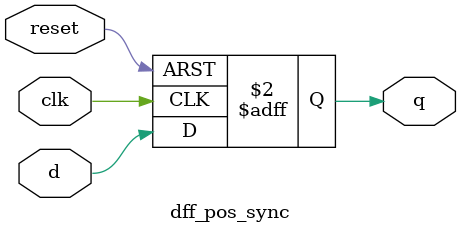
<source format=sv>
module dff_pos_sync(
    input d,
    input clk,
    input reset,
    output logic q
);

    always_ff @ (posedge clk or posedge reset )
    begin
        if (reset)
        begin
            q <= 1'b0;
        end
        else
        begin
            q <= d;
        end
    end
endmodule

</source>
